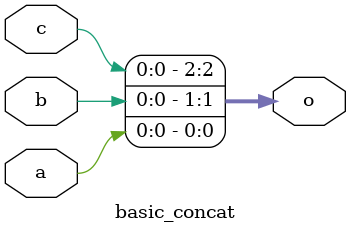
<source format=v>
module basic_concat(input a, input b, input c, output [2:0] o);
	assign o = {c, b, a};
endmodule

</source>
